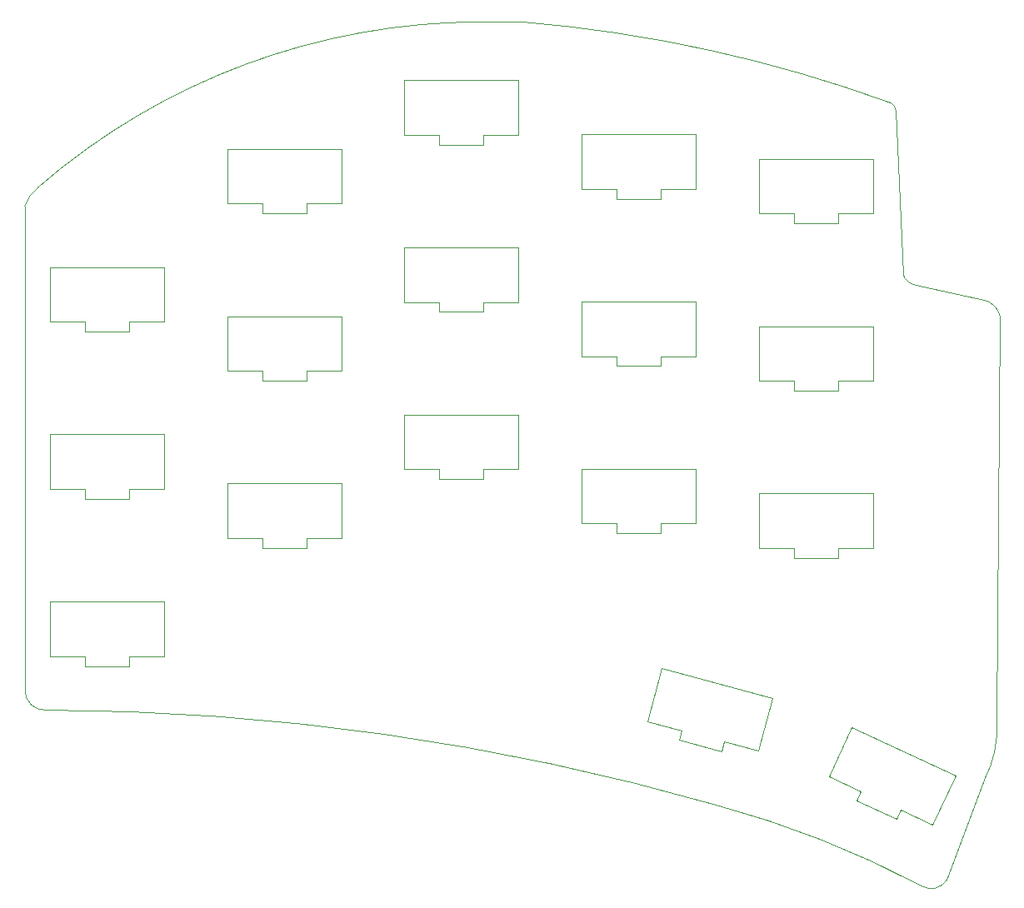
<source format=gbr>
%TF.GenerationSoftware,KiCad,Pcbnew,(6.0.7)*%
%TF.CreationDate,2022-09-28T21:23:56+08:00*%
%TF.ProjectId,ferris_left,66657272-6973-45f6-9c65-66742e6b6963,rev?*%
%TF.SameCoordinates,Original*%
%TF.FileFunction,Profile,NP*%
%FSLAX46Y46*%
G04 Gerber Fmt 4.6, Leading zero omitted, Abs format (unit mm)*
G04 Created by KiCad (PCBNEW (6.0.7)) date 2022-09-28 21:23:56*
%MOMM*%
%LPD*%
G01*
G04 APERTURE LIST*
%TA.AperFunction,Profile*%
%ADD10C,0.050000*%
%TD*%
%TA.AperFunction,Profile*%
%ADD11C,0.120000*%
%TD*%
G04 APERTURE END LIST*
D10*
X13649989Y-81147212D02*
G75*
G03*
X15710000Y-83077536I2000011J70012D01*
G01*
X111125000Y-90170000D02*
G75*
G03*
X112395000Y-84314238I-9835190J5198660D01*
G01*
X111125000Y-90170000D02*
X107315000Y-100330000D01*
X104775017Y-100964971D02*
G75*
G03*
X107315000Y-100330000I943183J1624771D01*
G01*
X104162501Y-39885000D02*
X111102500Y-41395000D01*
X112712566Y-42985257D02*
G75*
G03*
X111102500Y-41395000I-2140766J-557243D01*
G01*
X102869996Y-38735001D02*
G75*
G03*
X104162501Y-39885000I1519804J406801D01*
G01*
X13608055Y-31898702D02*
X13650019Y-81147211D01*
X104775003Y-100964994D02*
G75*
G03*
X83820000Y-92710000I-46948103J-88451806D01*
G01*
X83820000Y-92710000D02*
G75*
G03*
X15710000Y-83077536I-68533690J-238978460D01*
G01*
X60008389Y-13128139D02*
G75*
G03*
X15035000Y-29885000I1J-68730001D01*
G01*
X64208637Y-13136374D02*
X60008389Y-13128139D01*
X102099983Y-22059419D02*
G75*
G03*
X101665245Y-21378889I-749983J19D01*
G01*
X101665245Y-21378889D02*
G75*
G03*
X64208637Y-13136374I-49402795J-135273371D01*
G01*
X15035000Y-29885000D02*
G75*
G03*
X13608055Y-31898702I2445000J-3245000D01*
G01*
X102100000Y-22059419D02*
X102870000Y-38735000D01*
X112712500Y-42985274D02*
X112395000Y-84314238D01*
D11*
%TO.C,K0_0*%
X16200000Y-43600000D02*
X16200000Y-38050000D01*
X24250000Y-44600000D02*
X24250000Y-43600000D01*
X19750000Y-43600000D02*
X16200000Y-43600000D01*
X16200000Y-38050000D02*
X27800000Y-38050000D01*
X27800000Y-38050000D02*
X27800000Y-43600000D01*
X19750000Y-43600000D02*
X19750000Y-44600000D01*
X19750000Y-44600000D02*
X24250000Y-44600000D01*
X24250000Y-43600000D02*
X27800000Y-43600000D01*
%TO.C,K1_3*%
X73750000Y-48100000D02*
X78250000Y-48100000D01*
X78250000Y-48100000D02*
X78250000Y-47100000D01*
X70200000Y-41550000D02*
X81800000Y-41550000D01*
X73750000Y-47100000D02*
X73750000Y-48100000D01*
X70200000Y-47100000D02*
X70200000Y-41550000D01*
X73750000Y-47100000D02*
X70200000Y-47100000D01*
X78250000Y-47100000D02*
X81800000Y-47100000D01*
X81800000Y-41550000D02*
X81800000Y-47100000D01*
%TO.C,K0_1*%
X34200000Y-26050000D02*
X45800000Y-26050000D01*
X42250000Y-32600000D02*
X42250000Y-31600000D01*
X34200000Y-31600000D02*
X34200000Y-26050000D01*
X42250000Y-31600000D02*
X45800000Y-31600000D01*
X37750000Y-31600000D02*
X37750000Y-32600000D01*
X45800000Y-26050000D02*
X45800000Y-31600000D01*
X37750000Y-31600000D02*
X34200000Y-31600000D01*
X37750000Y-32600000D02*
X42250000Y-32600000D01*
%TO.C,K2_4*%
X99800000Y-61050000D02*
X99800000Y-66600000D01*
X91750000Y-67600000D02*
X96250000Y-67600000D01*
X91750000Y-66600000D02*
X88200000Y-66600000D01*
X96250000Y-66600000D02*
X99800000Y-66600000D01*
X88200000Y-61050000D02*
X99800000Y-61050000D01*
X88200000Y-66600000D02*
X88200000Y-61050000D01*
X96250000Y-67600000D02*
X96250000Y-66600000D01*
X91750000Y-66600000D02*
X91750000Y-67600000D01*
%TO.C,K0_3*%
X73750000Y-30100000D02*
X73750000Y-31100000D01*
X70200000Y-24550000D02*
X81800000Y-24550000D01*
X70200000Y-30100000D02*
X70200000Y-24550000D01*
X78250000Y-30100000D02*
X81800000Y-30100000D01*
X78250000Y-31100000D02*
X78250000Y-30100000D01*
X81800000Y-24550000D02*
X81800000Y-30100000D01*
X73750000Y-30100000D02*
X70200000Y-30100000D01*
X73750000Y-31100000D02*
X78250000Y-31100000D01*
%TO.C,K2_0*%
X27800000Y-72050000D02*
X27800000Y-77600000D01*
X16200000Y-72050000D02*
X27800000Y-72050000D01*
X19750000Y-78600000D02*
X24250000Y-78600000D01*
X19750000Y-77600000D02*
X16200000Y-77600000D01*
X19750000Y-77600000D02*
X19750000Y-78600000D01*
X16200000Y-77600000D02*
X16200000Y-72050000D01*
X24250000Y-78600000D02*
X24250000Y-77600000D01*
X24250000Y-77600000D02*
X27800000Y-77600000D01*
%TO.C,K2_3*%
X73750000Y-64100000D02*
X70200000Y-64100000D01*
X78250000Y-65100000D02*
X78250000Y-64100000D01*
X70200000Y-58550000D02*
X81800000Y-58550000D01*
X78250000Y-64100000D02*
X81800000Y-64100000D01*
X81800000Y-58550000D02*
X81800000Y-64100000D01*
X73750000Y-64100000D02*
X73750000Y-65100000D01*
X70200000Y-64100000D02*
X70200000Y-58550000D01*
X73750000Y-65100000D02*
X78250000Y-65100000D01*
%TO.C,K0_4*%
X96250000Y-33600000D02*
X96250000Y-32600000D01*
X91750000Y-32600000D02*
X91750000Y-33600000D01*
X91750000Y-32600000D02*
X88200000Y-32600000D01*
X88200000Y-32600000D02*
X88200000Y-27050000D01*
X91750000Y-33600000D02*
X96250000Y-33600000D01*
X96250000Y-32600000D02*
X99800000Y-32600000D01*
X88200000Y-27050000D02*
X99800000Y-27050000D01*
X99800000Y-27050000D02*
X99800000Y-32600000D01*
%TO.C,K1_0*%
X16200000Y-60600000D02*
X16200000Y-55050000D01*
X19750000Y-60600000D02*
X19750000Y-61600000D01*
X27800000Y-55050000D02*
X27800000Y-60600000D01*
X24250000Y-61600000D02*
X24250000Y-60600000D01*
X16200000Y-55050000D02*
X27800000Y-55050000D01*
X19750000Y-60600000D02*
X16200000Y-60600000D01*
X24250000Y-60600000D02*
X27800000Y-60600000D01*
X19750000Y-61600000D02*
X24250000Y-61600000D01*
%TO.C,K0_2*%
X63800000Y-19050000D02*
X63800000Y-24600000D01*
X52200000Y-24600000D02*
X52200000Y-19050000D01*
X55750000Y-25600000D02*
X60250000Y-25600000D01*
X60250000Y-25600000D02*
X60250000Y-24600000D01*
X55750000Y-24600000D02*
X55750000Y-25600000D01*
X55750000Y-24600000D02*
X52200000Y-24600000D01*
X60250000Y-24600000D02*
X63800000Y-24600000D01*
X52200000Y-19050000D02*
X63800000Y-19050000D01*
%TO.C,K3_4*%
X98539994Y-91327374D02*
X95322601Y-89827079D01*
X97668133Y-84797071D02*
X108181303Y-89699443D01*
X108181303Y-89699443D02*
X105835772Y-94729451D01*
X98117376Y-92233682D02*
X102195761Y-94135464D01*
X102195761Y-94135464D02*
X102618379Y-93229156D01*
X95322601Y-89827079D02*
X97668133Y-84797071D01*
X98539994Y-91327374D02*
X98117376Y-92233682D01*
X102618379Y-93229156D02*
X105835772Y-94729451D01*
%TO.C,K1_1*%
X42250000Y-48600000D02*
X45800000Y-48600000D01*
X42250000Y-49600000D02*
X42250000Y-48600000D01*
X34200000Y-48600000D02*
X34200000Y-43050000D01*
X37750000Y-48600000D02*
X37750000Y-49600000D01*
X34200000Y-43050000D02*
X45800000Y-43050000D01*
X37750000Y-49600000D02*
X42250000Y-49600000D01*
X45800000Y-43050000D02*
X45800000Y-48600000D01*
X37750000Y-48600000D02*
X34200000Y-48600000D01*
%TO.C,K1_2*%
X60250000Y-41600000D02*
X63800000Y-41600000D01*
X55750000Y-42600000D02*
X60250000Y-42600000D01*
X60250000Y-42600000D02*
X60250000Y-41600000D01*
X52200000Y-41600000D02*
X52200000Y-36050000D01*
X55750000Y-41600000D02*
X55750000Y-42600000D01*
X52200000Y-36050000D02*
X63800000Y-36050000D01*
X55750000Y-41600000D02*
X52200000Y-41600000D01*
X63800000Y-36050000D02*
X63800000Y-41600000D01*
%TO.C,K2_1*%
X34200000Y-65600000D02*
X34200000Y-60050000D01*
X45800000Y-60050000D02*
X45800000Y-65600000D01*
X34200000Y-60050000D02*
X45800000Y-60050000D01*
X37750000Y-66600000D02*
X42250000Y-66600000D01*
X42250000Y-66600000D02*
X42250000Y-65600000D01*
X37750000Y-65600000D02*
X34200000Y-65600000D01*
X37750000Y-65600000D02*
X37750000Y-66600000D01*
X42250000Y-65600000D02*
X45800000Y-65600000D01*
%TO.C,K1_4*%
X91750000Y-50600000D02*
X96250000Y-50600000D01*
X96250000Y-50600000D02*
X96250000Y-49600000D01*
X88200000Y-49600000D02*
X88200000Y-44050000D01*
X88200000Y-44050000D02*
X99800000Y-44050000D01*
X96250000Y-49600000D02*
X99800000Y-49600000D01*
X91750000Y-49600000D02*
X88200000Y-49600000D01*
X99800000Y-44050000D02*
X99800000Y-49600000D01*
X91750000Y-49600000D02*
X91750000Y-50600000D01*
%TO.C,K3_3*%
X80079918Y-86079990D02*
X84426585Y-87244676D01*
X89550886Y-81836669D02*
X88114440Y-87197558D01*
X76909701Y-84195257D02*
X78346146Y-78834368D01*
X84426585Y-87244676D02*
X84685404Y-86278750D01*
X80338737Y-85114064D02*
X76909701Y-84195257D01*
X80338737Y-85114064D02*
X80079918Y-86079990D01*
X84685404Y-86278750D02*
X88114440Y-87197558D01*
X78346146Y-78834368D02*
X89550886Y-81836669D01*
%TO.C,K2_2*%
X52200000Y-53050000D02*
X63800000Y-53050000D01*
X63800000Y-53050000D02*
X63800000Y-58600000D01*
X60250000Y-58600000D02*
X63800000Y-58600000D01*
X55750000Y-58600000D02*
X55750000Y-59600000D01*
X55750000Y-58600000D02*
X52200000Y-58600000D01*
X55750000Y-59600000D02*
X60250000Y-59600000D01*
X60250000Y-59600000D02*
X60250000Y-58600000D01*
X52200000Y-58600000D02*
X52200000Y-53050000D01*
%TD*%
M02*

</source>
